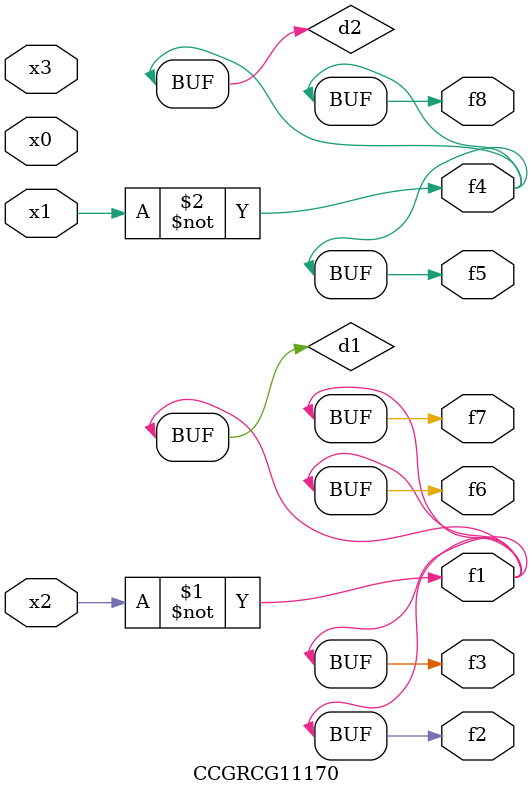
<source format=v>
module CCGRCG11170(
	input x0, x1, x2, x3,
	output f1, f2, f3, f4, f5, f6, f7, f8
);

	wire d1, d2;

	xnor (d1, x2);
	not (d2, x1);
	assign f1 = d1;
	assign f2 = d1;
	assign f3 = d1;
	assign f4 = d2;
	assign f5 = d2;
	assign f6 = d1;
	assign f7 = d1;
	assign f8 = d2;
endmodule

</source>
